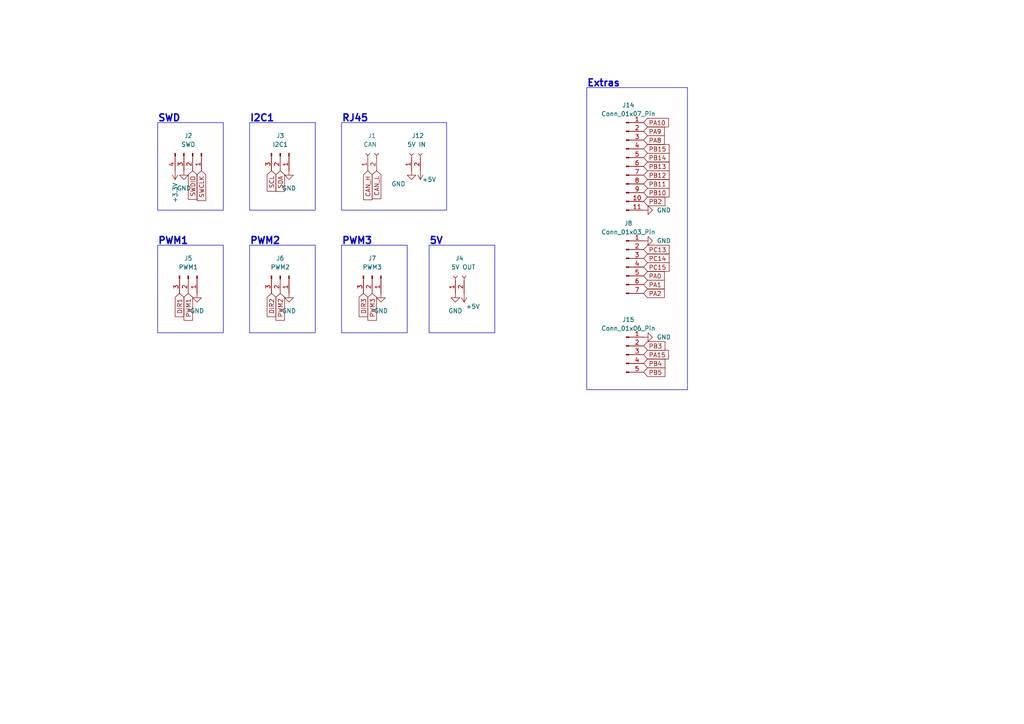
<source format=kicad_sch>
(kicad_sch (version 20230121) (generator eeschema)
  (paper "A4")
  (lib_symbols
    (symbol "Connector:Conn_01x02_Socket" (pin_names (offset 1.016) hide)
      (property "Reference" "J" (at 0 2.54 0))
      (property "Value" "Conn_01x02_Socket" (at 0 -5.08 0))
      (symbol "Conn_01x02_Socket_1_1"
        (arc (start 0 -2.032) (mid -0.5058 -2.54) (end 0 -3.048) (stroke (width 0.1524)))
        (polyline (pts (xy -1.27 -2.54) (xy -0.508 -2.54)) (stroke (width 0.1524)))
        (polyline (pts (xy -1.27 0) (xy -0.508 0)) (stroke (width 0.1524)))
        (arc (start 0 0.508) (mid -0.5058 0) (end 0 -0.508) (stroke (width 0.1524)))
        (pin passive line (at -5.08 0 0) (length 3.81) (name "Pin_1") (number "1"))
        (pin passive line (at -5.08 -2.54 0) (length 3.81) (name "Pin_2") (number "2"))
      )
    )
    (symbol "Connector:Conn_01x03_Pin" (pin_names (offset 1.016) hide)
      (property "Reference" "J" (at 0 5.08 0))
      (property "Value" "Conn_01x03_Pin" (at 0 -5.08 0))
      (symbol "Conn_01x03_Pin_1_1"
        (polyline (pts (xy 1.27 -2.54) (xy 0.8636 -2.54)) (stroke (width 0.1524)))
        (polyline (pts (xy 1.27 0) (xy 0.8636 0)) (stroke (width 0.1524)))
        (polyline (pts (xy 1.27 2.54) (xy 0.8636 2.54)) (stroke (width 0.1524)))
        (rectangle (start 0.8636 -2.413) (end 0 -2.667) (stroke (width 0.1524)) (fill (type outline)))
        (rectangle (start 0.8636 0.127) (end 0 -0.127) (stroke (width 0.1524)) (fill (type outline)))
        (rectangle (start 0.8636 2.667) (end 0 2.413) (stroke (width 0.1524)) (fill (type outline)))
        (pin passive line (at 5.08 2.54 180) (length 3.81) (name "Pin_1") (number "1"))
        (pin passive line (at 5.08 0 180) (length 3.81) (name "Pin_2") (number "2"))
        (pin passive line (at 5.08 -2.54 180) (length 3.81) (name "Pin_3") (number "3"))
      )
    )
    (symbol "Connector:Conn_01x04_Pin" (pin_names (offset 1.016) hide)
      (property "Reference" "J" (at 0 5.08 0))
      (property "Value" "Conn_01x04_Pin" (at 0 -7.62 0))
      (symbol "Conn_01x04_Pin_1_1"
        (polyline (pts (xy 1.27 -5.08) (xy 0.8636 -5.08)) (stroke (width 0.1524)))
        (polyline (pts (xy 1.27 -2.54) (xy 0.8636 -2.54)) (stroke (width 0.1524)))
        (polyline (pts (xy 1.27 0) (xy 0.8636 0)) (stroke (width 0.1524)))
        (polyline (pts (xy 1.27 2.54) (xy 0.8636 2.54)) (stroke (width 0.1524)))
        (rectangle (start 0.8636 -4.953) (end 0 -5.207) (stroke (width 0.1524)) (fill (type outline)))
        (rectangle (start 0.8636 -2.413) (end 0 -2.667) (stroke (width 0.1524)) (fill (type outline)))
        (rectangle (start 0.8636 0.127) (end 0 -0.127) (stroke (width 0.1524)) (fill (type outline)))
        (rectangle (start 0.8636 2.667) (end 0 2.413) (stroke (width 0.1524)) (fill (type outline)))
        (pin passive line (at 5.08 2.54 180) (length 3.81) (name "Pin_1") (number "1"))
        (pin passive line (at 5.08 0 180) (length 3.81) (name "Pin_2") (number "2"))
        (pin passive line (at 5.08 -2.54 180) (length 3.81) (name "Pin_3") (number "3"))
        (pin passive line (at 5.08 -5.08 180) (length 3.81) (name "Pin_4") (number "4"))
      )
    )
    (symbol "Connector:Conn_01x05_Pin" (pin_names (offset 1.016) hide)
      (property "Reference" "J" (at 0 7.62 0))
      (property "Value" "Conn_01x05_Pin" (at 0 -7.62 0))
      (symbol "Conn_01x05_Pin_1_1"
        (polyline (pts (xy 1.27 -5.08) (xy 0.8636 -5.08)) (stroke (width 0.1524)))
        (polyline (pts (xy 1.27 -2.54) (xy 0.8636 -2.54)) (stroke (width 0.1524)))
        (polyline (pts (xy 1.27 0) (xy 0.8636 0)) (stroke (width 0.1524)))
        (polyline (pts (xy 1.27 2.54) (xy 0.8636 2.54)) (stroke (width 0.1524)))
        (polyline (pts (xy 1.27 5.08) (xy 0.8636 5.08)) (stroke (width 0.1524)))
        (rectangle (start 0.8636 -4.953) (end 0 -5.207) (stroke (width 0.1524)) (fill (type outline)))
        (rectangle (start 0.8636 -2.413) (end 0 -2.667) (stroke (width 0.1524)) (fill (type outline)))
        (rectangle (start 0.8636 0.127) (end 0 -0.127) (stroke (width 0.1524)) (fill (type outline)))
        (rectangle (start 0.8636 2.667) (end 0 2.413) (stroke (width 0.1524)) (fill (type outline)))
        (rectangle (start 0.8636 5.207) (end 0 4.953) (stroke (width 0.1524)) (fill (type outline)))
        (pin passive line (at 5.08 5.08 180) (length 3.81) (name "Pin_1") (number "1"))
        (pin passive line (at 5.08 2.54 180) (length 3.81) (name "Pin_2") (number "2"))
        (pin passive line (at 5.08 0 180) (length 3.81) (name "Pin_3") (number "3"))
        (pin passive line (at 5.08 -2.54 180) (length 3.81) (name "Pin_4") (number "4"))
        (pin passive line (at 5.08 -5.08 180) (length 3.81) (name "Pin_5") (number "5"))
      )
    )
    (symbol "Connector:Conn_01x07_Pin" (pin_names (offset 1.016) hide)
      (property "Reference" "J" (at 0 10.16 0))
      (property "Value" "Conn_01x07_Pin" (at 0 -10.16 0))
      (symbol "Conn_01x07_Pin_1_1"
        (polyline (pts (xy 1.27 -7.62) (xy 0.8636 -7.62)) (stroke (width 0.1524)))
        (polyline (pts (xy 1.27 -5.08) (xy 0.8636 -5.08)) (stroke (width 0.1524)))
        (polyline (pts (xy 1.27 -2.54) (xy 0.8636 -2.54)) (stroke (width 0.1524)))
        (polyline (pts (xy 1.27 0) (xy 0.8636 0)) (stroke (width 0.1524)))
        (polyline (pts (xy 1.27 2.54) (xy 0.8636 2.54)) (stroke (width 0.1524)))
        (polyline (pts (xy 1.27 5.08) (xy 0.8636 5.08)) (stroke (width 0.1524)))
        (polyline (pts (xy 1.27 7.62) (xy 0.8636 7.62)) (stroke (width 0.1524)))
        (rectangle (start 0.8636 -7.493) (end 0 -7.747) (stroke (width 0.1524)) (fill (type outline)))
        (rectangle (start 0.8636 -4.953) (end 0 -5.207) (stroke (width 0.1524)) (fill (type outline)))
        (rectangle (start 0.8636 -2.413) (end 0 -2.667) (stroke (width 0.1524)) (fill (type outline)))
        (rectangle (start 0.8636 0.127) (end 0 -0.127) (stroke (width 0.1524)) (fill (type outline)))
        (rectangle (start 0.8636 2.667) (end 0 2.413) (stroke (width 0.1524)) (fill (type outline)))
        (rectangle (start 0.8636 5.207) (end 0 4.953) (stroke (width 0.1524)) (fill (type outline)))
        (rectangle (start 0.8636 7.747) (end 0 7.493) (stroke (width 0.1524)) (fill (type outline)))
        (pin passive line (at 5.08 7.62 180) (length 3.81) (name "Pin_1") (number "1"))
        (pin passive line (at 5.08 5.08 180) (length 3.81) (name "Pin_2") (number "2"))
        (pin passive line (at 5.08 2.54 180) (length 3.81) (name "Pin_3") (number "3"))
        (pin passive line (at 5.08 0 180) (length 3.81) (name "Pin_4") (number "4"))
        (pin passive line (at 5.08 -2.54 180) (length 3.81) (name "Pin_5") (number "5"))
        (pin passive line (at 5.08 -5.08 180) (length 3.81) (name "Pin_6") (number "6"))
        (pin passive line (at 5.08 -7.62 180) (length 3.81) (name "Pin_7") (number "7"))
      )
    )
    (symbol "Connector:Conn_01x11_Pin" (pin_names (offset 1.016) hide)
      (property "Reference" "J" (at 0 15.24 0))
      (property "Value" "Conn_01x11_Pin" (at 0 -15.24 0))
      (symbol "Conn_01x11_Pin_1_1"
        (polyline (pts (xy 1.27 -12.7) (xy 0.8636 -12.7)) (stroke (width 0.1524)))
        (polyline (pts (xy 1.27 -10.16) (xy 0.8636 -10.16)) (stroke (width 0.1524)))
        (polyline (pts (xy 1.27 -7.62) (xy 0.8636 -7.62)) (stroke (width 0.1524)))
        (polyline (pts (xy 1.27 -5.08) (xy 0.8636 -5.08)) (stroke (width 0.1524)))
        (polyline (pts (xy 1.27 -2.54) (xy 0.8636 -2.54)) (stroke (width 0.1524)))
        (polyline (pts (xy 1.27 0) (xy 0.8636 0)) (stroke (width 0.1524)))
        (polyline (pts (xy 1.27 2.54) (xy 0.8636 2.54)) (stroke (width 0.1524)))
        (polyline (pts (xy 1.27 5.08) (xy 0.8636 5.08)) (stroke (width 0.1524)))
        (polyline (pts (xy 1.27 7.62) (xy 0.8636 7.62)) (stroke (width 0.1524)))
        (polyline (pts (xy 1.27 10.16) (xy 0.8636 10.16)) (stroke (width 0.1524)))
        (polyline (pts (xy 1.27 12.7) (xy 0.8636 12.7)) (stroke (width 0.1524)))
        (rectangle (start 0.8636 -12.573) (end 0 -12.827) (stroke (width 0.1524)) (fill (type outline)))
        (rectangle (start 0.8636 -10.033) (end 0 -10.287) (stroke (width 0.1524)) (fill (type outline)))
        (rectangle (start 0.8636 -7.493) (end 0 -7.747) (stroke (width 0.1524)) (fill (type outline)))
        (rectangle (start 0.8636 -4.953) (end 0 -5.207) (stroke (width 0.1524)) (fill (type outline)))
        (rectangle (start 0.8636 -2.413) (end 0 -2.667) (stroke (width 0.1524)) (fill (type outline)))
        (rectangle (start 0.8636 0.127) (end 0 -0.127) (stroke (width 0.1524)) (fill (type outline)))
        (rectangle (start 0.8636 2.667) (end 0 2.413) (stroke (width 0.1524)) (fill (type outline)))
        (rectangle (start 0.8636 5.207) (end 0 4.953) (stroke (width 0.1524)) (fill (type outline)))
        (rectangle (start 0.8636 7.747) (end 0 7.493) (stroke (width 0.1524)) (fill (type outline)))
        (rectangle (start 0.8636 10.287) (end 0 10.033) (stroke (width 0.1524)) (fill (type outline)))
        (rectangle (start 0.8636 12.827) (end 0 12.573) (stroke (width 0.1524)) (fill (type outline)))
        (pin passive line (at 5.08 12.7 180) (length 3.81) (name "Pin_1") (number "1"))
        (pin passive line (at 5.08 -10.16 180) (length 3.81) (name "Pin_10") (number "10"))
        (pin passive line (at 5.08 -12.7 180) (length 3.81) (name "Pin_11") (number "11"))
        (pin passive line (at 5.08 10.16 180) (length 3.81) (name "Pin_2") (number "2"))
        (pin passive line (at 5.08 7.62 180) (length 3.81) (name "Pin_3") (number "3"))
        (pin passive line (at 5.08 5.08 180) (length 3.81) (name "Pin_4") (number "4"))
        (pin passive line (at 5.08 2.54 180) (length 3.81) (name "Pin_5") (number "5"))
        (pin passive line (at 5.08 0 180) (length 3.81) (name "Pin_6") (number "6"))
        (pin passive line (at 5.08 -2.54 180) (length 3.81) (name "Pin_7") (number "7"))
        (pin passive line (at 5.08 -5.08 180) (length 3.81) (name "Pin_8") (number "8"))
        (pin passive line (at 5.08 -7.62 180) (length 3.81) (name "Pin_9") (number "9"))
      )
    )
    (symbol "power:+3.3V" (power) (pin_names (offset 0))
      (property "Value" "+3.3V" (at 0 3.556 0))
      (symbol "+3.3V_0_1"
        (polyline (pts (xy -0.762 1.27) (xy 0 2.54)))
        (polyline (pts (xy 0 0) (xy 0 2.54)))
        (polyline (pts (xy 0 2.54) (xy 0.762 1.27)))
      )
      (symbol "+3.3V_1_1"
        (pin power_in line (at 0 0 90) (length 0) hide (name "+3.3V") (number "1"))
      )
    )
    (symbol "power:+5V" (power) (pin_names (offset 0))
      (property "Value" "+5V" (at 0 3.556 0))
      (symbol "+5V_0_1"
        (polyline (pts (xy -0.762 1.27) (xy 0 2.54)))
        (polyline (pts (xy 0 0) (xy 0 2.54)))
        (polyline (pts (xy 0 2.54) (xy 0.762 1.27)))
      )
      (symbol "+5V_1_1"
        (pin power_in line (at 0 0 90) (length 0) hide (name "+5V") (number "1"))
      )
    )
    (symbol "power:GND" (power) (pin_names (offset 0))
      (property "Value" "GND" (at 0 -3.81 0))
      (symbol "GND_0_1"
        (polyline (pts (xy 0 0) (xy 0 -1.27) (xy 1.27 -1.27) (xy 0 -2.54) (xy -1.27 -1.27) (xy 0 -1.27)))
      )
      (symbol "GND_1_1"
        (pin power_in line (at 0 0 270) (length 0) hide (name "GND") (number "1"))
      )
    )
  )
  (rectangle (start 99.06 35.56) (end 129.54 60.96))
  (rectangle (start 72.39 35.56) (end 91.44 60.96))
  (rectangle (start 99.06 71.12) (end 118.11 96.52))
  (rectangle (start 45.72 35.56) (end 64.77 60.96))
  (rectangle (start 72.39 71.12) (end 91.44 96.52))
  (rectangle (start 45.72 71.12) (end 64.77 96.52))
  (rectangle (start 124.46 71.12) (end 143.51 96.52))
  (rectangle (start 170.18 25.4) (end 199.39 113.03))
  (text "PWM1" (at 45.72 71.12 0) (effects (font (size 2.0066 2.0066) (thickness 0.4013) bold) (justify left bottom)))
  (text "SWD" (at 45.72 35.56 0) (effects (font (size 2.0066 2.0066) (thickness 0.4013) bold) (justify left bottom)))
  (text "PWM2" (at 72.39 71.12 0) (effects (font (size 2.0066 2.0066) (thickness 0.4013) bold) (justify left bottom)))
  (text "Extras" (at 170.18 25.4 0) (effects (font (size 2.0066 2.0066) (thickness 0.4013) bold) (justify left bottom)))
  (text "I2C1" (at 72.39 35.56 0) (effects (font (size 2.0066 2.0066) (thickness 0.4013) bold) (justify left bottom)))
  (text "PWM3" (at 99.06 71.12 0) (effects (font (size 2.0066 2.0066) (thickness 0.4013) bold) (justify left bottom)))
  (text "RJ45" (at 99.06 35.56 0) (effects (font (size 2.0066 2.0066) (thickness 0.4013) bold) (justify left bottom)))
  (text "5V" (at 124.46 71.12 0) (effects (font (size 2.0066 2.0066) (thickness 0.4013) bold) (justify left bottom)))
  (global_label "PB3" (shape input) (at 186.69 100.33 0) (property "Intersheetrefs" "${INTERSHEET_REFS}" (effects hide)))
  (global_label "SWCLK" (shape input) (at 58.42 49.53 270) (property "Intersheetrefs" "${INTERSHEET_REFS}" (effects hide)))
  (global_label "PB10" (shape input) (at 186.69 55.88 0) (property "Intersheetrefs" "${INTERSHEET_REFS}" (effects hide)))
  (global_label "PB15" (shape input) (at 186.69 43.18 0) (property "Intersheetrefs" "${INTERSHEET_REFS}" (effects hide)))
  (global_label "DIR1" (shape input) (at 52.07 85.09 270) (property "Intersheetrefs" "${INTERSHEET_REFS}" (effects hide)))
  (global_label "PB14" (shape input) (at 186.69 45.72 0) (property "Intersheetrefs" "${INTERSHEET_REFS}" (effects hide)))
  (global_label "PWM2" (shape input) (at 81.28 85.09 270) (property "Intersheetrefs" "${INTERSHEET_REFS}" (effects hide)))
  (global_label "PA10" (shape input) (at 186.69 35.56 0) (property "Intersheetrefs" "${INTERSHEET_REFS}" (effects hide)))
  (global_label "PC13" (shape input) (at 186.69 72.39 0) (property "Intersheetrefs" "${INTERSHEET_REFS}" (effects hide)))
  (global_label "DIR3" (shape input) (at 105.41 85.09 270) (property "Intersheetrefs" "${INTERSHEET_REFS}" (effects hide)))
  (global_label "PC14" (shape input) (at 186.69 74.93 0) (property "Intersheetrefs" "${INTERSHEET_REFS}" (effects hide)))
  (global_label "CAN_H" (shape input) (at 106.68 49.53 270) (property "Intersheetrefs" "${INTERSHEET_REFS}" (effects hide)))
  (global_label "PA9" (shape input) (at 186.69 38.1 0) (property "Intersheetrefs" "${INTERSHEET_REFS}" (effects hide)))
  (global_label "PB13" (shape input) (at 186.69 48.26 0) (property "Intersheetrefs" "${INTERSHEET_REFS}" (effects hide)))
  (global_label "SCL" (shape input) (at 78.74 49.53 270) (property "Intersheetrefs" "${INTERSHEET_REFS}" (effects hide)))
  (global_label "PB11" (shape input) (at 186.69 53.34 0) (property "Intersheetrefs" "${INTERSHEET_REFS}" (effects hide)))
  (global_label "PA2" (shape input) (at 186.69 85.09 0) (property "Intersheetrefs" "${INTERSHEET_REFS}" (effects hide)))
  (global_label "SWDIO" (shape input) (at 55.88 49.53 270) (property "Intersheetrefs" "${INTERSHEET_REFS}" (effects hide)))
  (global_label "SDA" (shape input) (at 81.28 49.53 270) (property "Intersheetrefs" "${INTERSHEET_REFS}" (effects hide)))
  (global_label "DIR2" (shape input) (at 78.74 85.09 270) (property "Intersheetrefs" "${INTERSHEET_REFS}" (effects hide)))
  (global_label "PC15" (shape input) (at 186.69 77.47 0) (property "Intersheetrefs" "${INTERSHEET_REFS}" (effects hide)))
  (global_label "PB4" (shape input) (at 186.69 105.41 0) (property "Intersheetrefs" "${INTERSHEET_REFS}" (effects hide)))
  (global_label "PB12" (shape input) (at 186.69 50.8 0) (property "Intersheetrefs" "${INTERSHEET_REFS}" (effects hide)))
  (global_label "CAN_L" (shape input) (at 109.22 49.53 270) (property "Intersheetrefs" "${INTERSHEET_REFS}" (effects hide)))
  (global_label "PA0" (shape input) (at 186.69 80.01 0) (property "Intersheetrefs" "${INTERSHEET_REFS}" (effects hide)))
  (global_label "PA1" (shape input) (at 186.69 82.55 0) (property "Intersheetrefs" "${INTERSHEET_REFS}" (effects hide)))
  (global_label "PA8" (shape input) (at 186.69 40.64 0) (property "Intersheetrefs" "${INTERSHEET_REFS}" (effects hide)))
  (global_label "PWM3" (shape input) (at 107.95 85.09 270) (property "Intersheetrefs" "${INTERSHEET_REFS}" (effects hide)))
  (global_label "PB5" (shape input) (at 186.69 107.95 0) (property "Intersheetrefs" "${INTERSHEET_REFS}" (effects hide)))
  (global_label "PWM1" (shape input) (at 54.61 85.09 270) (property "Intersheetrefs" "${INTERSHEET_REFS}" (effects hide)))
  (global_label "PB2" (shape input) (at 186.69 58.42 0) (property "Intersheetrefs" "${INTERSHEET_REFS}" (effects hide)))
  (global_label "PA15" (shape input) (at 186.69 102.87 0) (property "Intersheetrefs" "${INTERSHEET_REFS}" (effects hide)))
  (symbol (lib_id "Connector:Conn_01x03_Pin") (at 81.28 80.01 270) (unit 1)
    (property "Reference" "J6" (at 81.28 74.93 90))
    (property "Value" "PWM2" (at 81.28 77.47 90))
    (property "Footprint" "Connector_JST:JST_PH_B3B-PH-K_1x03_P2.00mm_Vertical" (effects hide))
  )
  (symbol (lib_id "power:+5V") (at 134.62 85.09 180) (unit 1)
    (property "Reference" "#PWR026" (effects hide))
    (property "Value" "+5V" (at 137.16 88.9 0))
  )
  (symbol (lib_id "power:GND") (at 186.69 60.96 90) (unit 1)
    (property "Reference" "#PWR016" (effects hide))
    (property "Value" "GND" (at 190.5 60.96 90) (effects (justify right)))
  )
  (symbol (lib_id "Connector:Conn_01x05_Pin") (at 181.61 102.87 0) (unit 1)
    (property "Reference" "J15" (at 182.245 92.71 0))
    (property "Value" "Conn_01x06_Pin" (at 182.245 95.25 0))
    (property "Footprint" "Connector_PinHeader_2.54mm:PinHeader_1x05_P2.54mm_Vertical" (effects hide))
  )
  (symbol (lib_id "Connector:Conn_01x04_Pin") (at 55.88 44.45 270) (unit 1)
    (property "Reference" "J2" (at 54.61 39.37 90))
    (property "Value" "SWD" (at 54.61 41.91 90))
    (property "Footprint" "Connector_PinHeader_2.54mm:PinHeader_1x04_P2.54mm_Vertical" (effects hide))
  )
  (symbol (lib_id "Connector:Conn_01x02_Socket") (at 106.68 44.45 90) (unit 1)
    (property "Reference" "J1" (at 106.68 39.37 90) (effects (justify right)))
    (property "Value" "CAN" (at 105.41 41.91 90) (effects (justify right)))
    (property "Footprint" "Connector:LongSolderPad" (effects hide))
  )
  (symbol (lib_id "power:GND") (at 186.69 97.79 90) (unit 1)
    (property "Reference" "#PWR03" (effects hide))
    (property "Value" "GND" (at 190.5 97.79 90) (effects (justify right)))
  )
  (symbol (lib_id "Connector:Conn_01x02_Socket") (at 119.38 44.45 90) (unit 1)
    (property "Reference" "J12" (at 119.38 39.37 90) (effects (justify right)))
    (property "Value" "5V IN" (at 118.11 41.91 90) (effects (justify right)))
    (property "Footprint" "Connector:LongSolderPad" (effects hide))
  )
  (symbol (lib_id "power:GND") (at 119.38 49.53 0) (unit 1)
    (property "Reference" "#PWR010" (effects hide))
    (property "Value" "GND" (at 115.57 53.34 0))
  )
  (symbol (lib_id "power:GND") (at 110.49 85.09 0) (unit 1)
    (property "Reference" "#PWR027" (effects hide))
    (property "Value" "GND" (at 110.49 90.17 0))
  )
  (symbol (lib_id "Connector:Conn_01x11_Pin") (at 181.61 48.26 0) (unit 1)
    (property "Reference" "J14" (at 182.245 30.48 0))
    (property "Value" "Conn_01x07_Pin" (at 182.245 33.02 0))
    (property "Footprint" "Connector_PinHeader_2.54mm:PinHeader_1x11_P2.54mm_Vertical" (effects hide))
  )
  (symbol (lib_id "Connector:Conn_01x03_Pin") (at 81.28 44.45 270) (unit 1)
    (property "Reference" "J3" (at 81.28 39.37 90))
    (property "Value" "I2C1" (at 81.28 41.91 90))
    (property "Footprint" "Connector_JST:JST_PH_B3B-PH-K_1x03_P2.00mm_Vertical" (effects hide))
  )
  (symbol (lib_id "power:+3.3V") (at 50.8 49.53 180) (unit 1)
    (property "Reference" "#PWR04" (effects hide))
    (property "Value" "+3.3V" (at 50.8 55.88 90))
  )
  (symbol (lib_id "power:GND") (at 83.82 85.09 0) (unit 1)
    (property "Reference" "#PWR028" (effects hide))
    (property "Value" "GND" (at 83.82 90.17 0))
  )
  (symbol (lib_id "power:GND") (at 83.82 49.53 0) (unit 1)
    (property "Reference" "#PWR05" (effects hide))
    (property "Value" "GND" (at 83.82 54.61 0))
  )
  (symbol (lib_id "power:GND") (at 53.34 49.53 0) (unit 1)
    (property "Reference" "#PWR02" (effects hide))
    (property "Value" "GND" (at 53.34 54.61 0))
  )
  (symbol (lib_id "power:GND") (at 132.08 85.09 0) (unit 1)
    (property "Reference" "#PWR032" (effects hide))
    (property "Value" "GND" (at 132.08 90.17 0))
  )
  (symbol (lib_id "Connector:Conn_01x03_Pin") (at 54.61 80.01 270) (unit 1)
    (property "Reference" "J5" (at 54.61 74.93 90))
    (property "Value" "PWM1" (at 54.61 77.47 90))
    (property "Footprint" "Connector_JST:JST_PH_B3B-PH-K_1x03_P2.00mm_Vertical" (effects hide))
  )
  (symbol (lib_id "power:GND") (at 186.69 69.85 90) (unit 1)
    (property "Reference" "#PWR030" (effects hide))
    (property "Value" "GND" (at 190.5 69.85 90) (effects (justify right)))
  )
  (symbol (lib_id "Connector:Conn_01x02_Socket") (at 132.08 80.01 90) (unit 1)
    (property "Reference" "J4" (at 132.08 74.93 90) (effects (justify right)))
    (property "Value" "5V OUT" (at 130.81 77.47 90) (effects (justify right)))
    (property "Footprint" "Connector_JST:JST_PH_B2B-PH-K_1x02_P2.00mm_Vertical" (effects hide))
  )
  (symbol (lib_id "Connector:Conn_01x07_Pin") (at 181.61 77.47 0) (unit 1)
    (property "Reference" "J8" (at 182.245 64.77 0))
    (property "Value" "Conn_01x03_Pin" (at 182.245 67.31 0))
    (property "Footprint" "Connector_PinHeader_2.54mm:PinHeader_1x07_P2.54mm_Vertical" (effects hide))
  )
  (symbol (lib_id "power:+5V") (at 121.92 49.53 180) (unit 1)
    (property "Reference" "#PWR015" (effects hide))
    (property "Value" "+5V" (at 124.46 52.07 0))
  )
  (symbol (lib_id "Connector:Conn_01x03_Pin") (at 107.95 80.01 270) (unit 1)
    (property "Reference" "J7" (at 107.95 74.93 90))
    (property "Value" "PWM3" (at 107.95 77.47 90))
    (property "Footprint" "Connector_JST:JST_PH_B3B-PH-K_1x03_P2.00mm_Vertical" (effects hide))
  )
  (symbol (lib_id "power:GND") (at 57.15 85.09 0) (unit 1)
    (property "Reference" "#PWR029" (effects hide))
    (property "Value" "GND" (at 57.15 90.17 0))
  )
)
</source>
